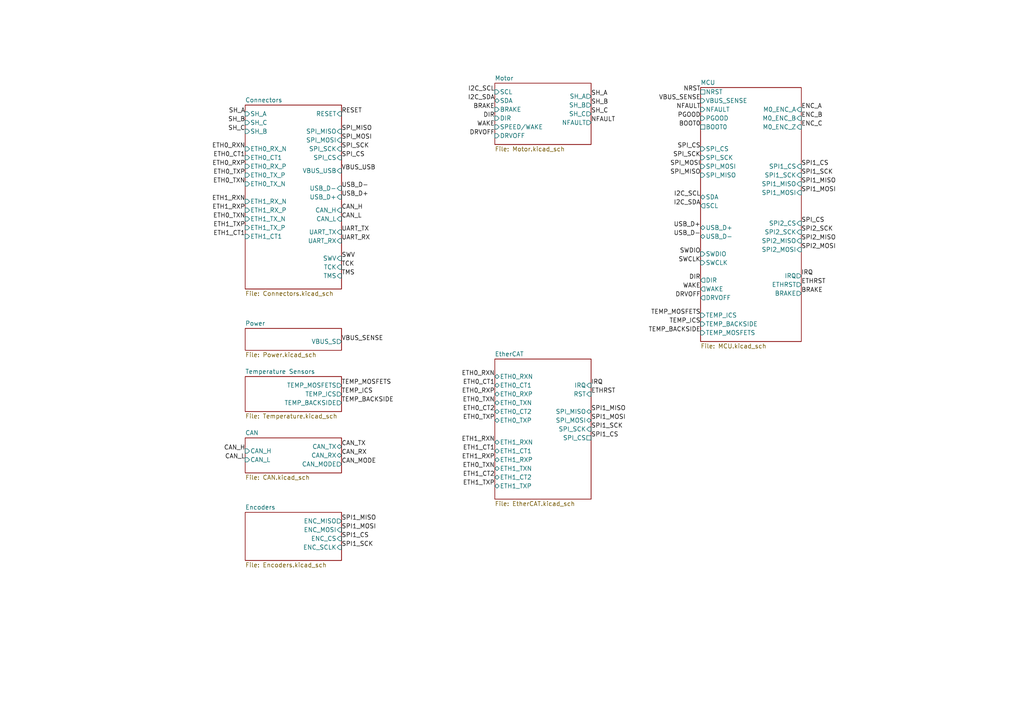
<source format=kicad_sch>
(kicad_sch
	(version 20231120)
	(generator "eeschema")
	(generator_version "8.0")
	(uuid "4c927f80-855d-490a-80b2-e5c55283621a")
	(paper "A4")
	(lib_symbols)
	(label "SPI1_SCK"
		(at 171.45 124.46 0)
		(fields_autoplaced yes)
		(effects
			(font
				(size 1.27 1.27)
			)
			(justify left bottom)
		)
		(uuid "01d2260c-292d-4b42-ae55-891b0da4945c")
	)
	(label "SPI1_MOSI"
		(at 171.45 121.92 0)
		(fields_autoplaced yes)
		(effects
			(font
				(size 1.27 1.27)
			)
			(justify left bottom)
		)
		(uuid "02ee04ac-347f-4d2b-aad1-c4363e2f68ee")
	)
	(label "NRST"
		(at 203.2 26.67 180)
		(fields_autoplaced yes)
		(effects
			(font
				(size 1.27 1.27)
			)
			(justify right bottom)
		)
		(uuid "02f84610-5bdd-4465-aa29-6c8dac7b01af")
	)
	(label "ENC_A"
		(at 232.41 31.75 0)
		(fields_autoplaced yes)
		(effects
			(font
				(size 1.27 1.27)
			)
			(justify left bottom)
		)
		(uuid "0b72ae43-d24f-46ad-ba84-0612a4b932e4")
	)
	(label "TEMP_MOSFETS"
		(at 203.2 91.44 180)
		(fields_autoplaced yes)
		(effects
			(font
				(size 1.27 1.27)
			)
			(justify right bottom)
		)
		(uuid "13731ca2-4654-4244-a901-43095cc51927")
	)
	(label "SPI1_SCK"
		(at 232.41 50.8 0)
		(fields_autoplaced yes)
		(effects
			(font
				(size 1.27 1.27)
			)
			(justify left bottom)
		)
		(uuid "13d7df91-8406-4f9a-ad33-fdb5491dff7b")
	)
	(label "ETH0_CT2"
		(at 143.51 119.38 180)
		(fields_autoplaced yes)
		(effects
			(font
				(size 1.27 1.27)
			)
			(justify right bottom)
		)
		(uuid "13f4fe0b-0578-4fed-877a-91d9d4976d09")
	)
	(label "VBUS_USB"
		(at 99.06 49.53 0)
		(fields_autoplaced yes)
		(effects
			(font
				(size 1.27 1.27)
			)
			(justify left bottom)
		)
		(uuid "15b3a559-6203-44a1-9793-0e253962d9f0")
	)
	(label "SPI1_CS"
		(at 171.45 127 0)
		(fields_autoplaced yes)
		(effects
			(font
				(size 1.27 1.27)
			)
			(justify left bottom)
		)
		(uuid "15d3d07d-1805-48fb-8d2d-910c7694d671")
	)
	(label "SPI2_SCK"
		(at 232.41 67.31 0)
		(fields_autoplaced yes)
		(effects
			(font
				(size 1.27 1.27)
			)
			(justify left bottom)
		)
		(uuid "1b28495f-2e7b-4265-bcea-6bc183d8326a")
	)
	(label "SPI1_MOSI"
		(at 232.41 55.88 0)
		(fields_autoplaced yes)
		(effects
			(font
				(size 1.27 1.27)
			)
			(justify left bottom)
		)
		(uuid "1b8e1cd2-8a7c-4980-b203-dbdd449eba4d")
	)
	(label "ETH1_RXN"
		(at 143.51 128.27 180)
		(fields_autoplaced yes)
		(effects
			(font
				(size 1.27 1.27)
			)
			(justify right bottom)
		)
		(uuid "1c0178f8-4bed-425a-b6df-d7abdc7df607")
	)
	(label "SPI_MISO"
		(at 203.2 50.8 180)
		(fields_autoplaced yes)
		(effects
			(font
				(size 1.27 1.27)
			)
			(justify right bottom)
		)
		(uuid "22260fda-ea9b-48b6-b48b-a48090fc3bdd")
	)
	(label "VBUS_SENSE"
		(at 203.2 29.21 180)
		(fields_autoplaced yes)
		(effects
			(font
				(size 1.27 1.27)
			)
			(justify right bottom)
		)
		(uuid "28d83530-9b2a-4a2e-b533-4910177958ee")
	)
	(label "CAN_MODE"
		(at 99.06 134.62 0)
		(fields_autoplaced yes)
		(effects
			(font
				(size 1.27 1.27)
			)
			(justify left bottom)
		)
		(uuid "29288a76-bcf8-4e8a-86a0-fce27769ca61")
	)
	(label "SPI1_MISO"
		(at 171.45 119.38 0)
		(fields_autoplaced yes)
		(effects
			(font
				(size 1.27 1.27)
			)
			(justify left bottom)
		)
		(uuid "2cd74e83-127f-4227-98ed-7caa82180cbc")
	)
	(label "DIR"
		(at 203.2 81.28 180)
		(fields_autoplaced yes)
		(effects
			(font
				(size 1.27 1.27)
			)
			(justify right bottom)
		)
		(uuid "2f79f0a0-2237-4c0a-89fb-14a042b2cefd")
	)
	(label "WAKE"
		(at 203.2 83.82 180)
		(fields_autoplaced yes)
		(effects
			(font
				(size 1.27 1.27)
			)
			(justify right bottom)
		)
		(uuid "32b9301c-24aa-4160-8a40-00df019aadab")
	)
	(label "SPI2_MISO"
		(at 232.41 69.85 0)
		(fields_autoplaced yes)
		(effects
			(font
				(size 1.27 1.27)
			)
			(justify left bottom)
		)
		(uuid "34905789-c119-4ec2-895c-1a1c520ff46e")
	)
	(label "USB_D+"
		(at 99.06 57.15 0)
		(fields_autoplaced yes)
		(effects
			(font
				(size 1.27 1.27)
			)
			(justify left bottom)
		)
		(uuid "39093322-7ce1-488f-940b-3cc36c3b215a")
	)
	(label "UART_TX"
		(at 99.06 67.31 0)
		(fields_autoplaced yes)
		(effects
			(font
				(size 1.27 1.27)
			)
			(justify left bottom)
		)
		(uuid "3e7545bd-e59a-4609-b250-d06469aa55d2")
	)
	(label "CAN_RX"
		(at 99.06 132.08 0)
		(fields_autoplaced yes)
		(effects
			(font
				(size 1.27 1.27)
			)
			(justify left bottom)
		)
		(uuid "4122345a-eb98-46da-a929-c1eac2780a4d")
	)
	(label "SH_B"
		(at 171.45 30.48 0)
		(fields_autoplaced yes)
		(effects
			(font
				(size 1.27 1.27)
			)
			(justify left bottom)
		)
		(uuid "4556101d-872b-4cba-ab2a-8a04f8ed108a")
	)
	(label "SWV"
		(at 99.06 74.93 0)
		(fields_autoplaced yes)
		(effects
			(font
				(size 1.27 1.27)
			)
			(justify left bottom)
		)
		(uuid "49133b9c-10c9-49af-b321-8cdfdc677a9f")
	)
	(label "SPI1_SCK"
		(at 99.06 158.75 0)
		(fields_autoplaced yes)
		(effects
			(font
				(size 1.27 1.27)
			)
			(justify left bottom)
		)
		(uuid "49b9b0f3-b477-49cd-ad74-c2621225ff99")
	)
	(label "SPI1_MISO"
		(at 99.06 151.13 0)
		(fields_autoplaced yes)
		(effects
			(font
				(size 1.27 1.27)
			)
			(justify left bottom)
		)
		(uuid "4f751b7c-302d-4866-a4b4-e3e619f6d6b3")
	)
	(label "USB_D-"
		(at 203.2 68.58 180)
		(fields_autoplaced yes)
		(effects
			(font
				(size 1.27 1.27)
			)
			(justify right bottom)
		)
		(uuid "50d89f5d-298b-465f-ac53-9a37a875827d")
	)
	(label "NFAULT"
		(at 171.45 35.56 0)
		(fields_autoplaced yes)
		(effects
			(font
				(size 1.27 1.27)
			)
			(justify left bottom)
		)
		(uuid "521e94ea-07a7-4177-b393-fd919bd7ba47")
	)
	(label "ETH0_RXN"
		(at 71.12 43.18 180)
		(fields_autoplaced yes)
		(effects
			(font
				(size 1.27 1.27)
			)
			(justify right bottom)
		)
		(uuid "529ab8cf-9f2a-4c4d-885a-4d7827571e2d")
	)
	(label "ETH1_RXN"
		(at 71.12 58.42 180)
		(fields_autoplaced yes)
		(effects
			(font
				(size 1.27 1.27)
			)
			(justify right bottom)
		)
		(uuid "5876932f-ecda-4384-a26a-a08dd3100c97")
	)
	(label "TEMP_BACKSIDE"
		(at 99.06 116.84 0)
		(fields_autoplaced yes)
		(effects
			(font
				(size 1.27 1.27)
			)
			(justify left bottom)
		)
		(uuid "597add7c-be95-447c-b921-e8420153d716")
	)
	(label "SWDIO"
		(at 203.2 73.66 180)
		(fields_autoplaced yes)
		(effects
			(font
				(size 1.27 1.27)
			)
			(justify right bottom)
		)
		(uuid "59ce6e6a-aa7e-4504-9588-218fab37ca61")
	)
	(label "ETH0_RXN"
		(at 143.51 109.22 180)
		(fields_autoplaced yes)
		(effects
			(font
				(size 1.27 1.27)
			)
			(justify right bottom)
		)
		(uuid "5b49c261-1ca7-465e-8104-647ae2a4f935")
	)
	(label "SPI_CS"
		(at 203.2 43.18 180)
		(fields_autoplaced yes)
		(effects
			(font
				(size 1.27 1.27)
			)
			(justify right bottom)
		)
		(uuid "60af8084-b49b-4136-bf10-aba14e98d39c")
	)
	(label "I2C_SCL"
		(at 203.2 57.15 180)
		(fields_autoplaced yes)
		(effects
			(font
				(size 1.27 1.27)
			)
			(justify right bottom)
		)
		(uuid "6364d96e-2a9c-4007-843d-d976e25340af")
	)
	(label "CAN_TX"
		(at 99.06 129.54 0)
		(fields_autoplaced yes)
		(effects
			(font
				(size 1.27 1.27)
			)
			(justify left bottom)
		)
		(uuid "63ceb5a8-b5eb-44e9-90f0-366a88221923")
	)
	(label "SPI1_MOSI"
		(at 99.06 153.67 0)
		(fields_autoplaced yes)
		(effects
			(font
				(size 1.27 1.27)
			)
			(justify left bottom)
		)
		(uuid "66a8f50c-8965-4b66-9c94-8a0f8d96549f")
	)
	(label "BRAKE"
		(at 232.41 85.09 0)
		(fields_autoplaced yes)
		(effects
			(font
				(size 1.27 1.27)
			)
			(justify left bottom)
		)
		(uuid "66ba048c-d4e4-45e2-8461-8eb1a2a39a71")
	)
	(label "SPI_MISO"
		(at 99.06 38.1 0)
		(fields_autoplaced yes)
		(effects
			(font
				(size 1.27 1.27)
			)
			(justify left bottom)
		)
		(uuid "67e924b3-7477-4ff7-85b1-5d4de95dd46c")
	)
	(label "ETH0_TXN"
		(at 71.12 63.5 180)
		(fields_autoplaced yes)
		(effects
			(font
				(size 1.27 1.27)
			)
			(justify right bottom)
		)
		(uuid "6c3f70a8-a06a-4657-88ce-f85a87e06a20")
	)
	(label "ETH0_TXN"
		(at 71.12 53.34 180)
		(fields_autoplaced yes)
		(effects
			(font
				(size 1.27 1.27)
			)
			(justify right bottom)
		)
		(uuid "6e3aa356-5c51-4f78-ba53-a07e067676d4")
	)
	(label "NFAULT"
		(at 203.2 31.75 180)
		(fields_autoplaced yes)
		(effects
			(font
				(size 1.27 1.27)
			)
			(justify right bottom)
		)
		(uuid "70590270-b5bb-468d-8ef6-32251d2bb143")
	)
	(label "ENC_C"
		(at 232.41 36.83 0)
		(fields_autoplaced yes)
		(effects
			(font
				(size 1.27 1.27)
			)
			(justify left bottom)
		)
		(uuid "72bf826e-3777-47ca-92bb-c55cc3001e33")
	)
	(label "SH_C"
		(at 71.12 38.1 180)
		(fields_autoplaced yes)
		(effects
			(font
				(size 1.27 1.27)
			)
			(justify right bottom)
		)
		(uuid "73239287-4fce-4c65-a3f8-bd4672154c76")
	)
	(label "SPI_MOSI"
		(at 99.06 40.64 0)
		(fields_autoplaced yes)
		(effects
			(font
				(size 1.27 1.27)
			)
			(justify left bottom)
		)
		(uuid "761f6463-3562-475f-8201-04445e8f3b5a")
	)
	(label "ETHRST"
		(at 171.45 114.3 0)
		(fields_autoplaced yes)
		(effects
			(font
				(size 1.27 1.27)
			)
			(justify left bottom)
		)
		(uuid "76cf506d-9694-4f6a-b2cd-b5dbdf7de529")
	)
	(label "TEMP_ICS"
		(at 99.06 114.3 0)
		(fields_autoplaced yes)
		(effects
			(font
				(size 1.27 1.27)
			)
			(justify left bottom)
		)
		(uuid "7a72ffe6-8286-416c-b846-8774f4770ff9")
	)
	(label "SH_B"
		(at 71.12 35.56 180)
		(fields_autoplaced yes)
		(effects
			(font
				(size 1.27 1.27)
			)
			(justify right bottom)
		)
		(uuid "7ac238df-0fd9-493d-a7c2-be5dc191914b")
	)
	(label "USB_D-"
		(at 99.06 54.61 0)
		(fields_autoplaced yes)
		(effects
			(font
				(size 1.27 1.27)
			)
			(justify left bottom)
		)
		(uuid "7f231080-978e-4394-8b04-cd6a7b0e3762")
	)
	(label "TEMP_MOSFETS"
		(at 99.06 111.76 0)
		(fields_autoplaced yes)
		(effects
			(font
				(size 1.27 1.27)
			)
			(justify left bottom)
		)
		(uuid "806a8a9f-14c5-4b21-a0a4-f25723f64eb2")
	)
	(label "ETH0_TXP"
		(at 143.51 121.92 180)
		(fields_autoplaced yes)
		(effects
			(font
				(size 1.27 1.27)
			)
			(justify right bottom)
		)
		(uuid "86b1ba97-52d0-494b-9076-13a3a5a01957")
	)
	(label "ETH0_TXN"
		(at 143.51 116.84 180)
		(fields_autoplaced yes)
		(effects
			(font
				(size 1.27 1.27)
			)
			(justify right bottom)
		)
		(uuid "89704965-dfd1-4688-97a2-4695d81e0237")
	)
	(label "CAN_H"
		(at 99.06 60.96 0)
		(fields_autoplaced yes)
		(effects
			(font
				(size 1.27 1.27)
			)
			(justify left bottom)
		)
		(uuid "89f92578-640a-4e73-b191-b74fcee52cee")
	)
	(label "SPI_SCK"
		(at 99.06 43.18 0)
		(fields_autoplaced yes)
		(effects
			(font
				(size 1.27 1.27)
			)
			(justify left bottom)
		)
		(uuid "8a1bce2c-2524-41cb-9404-c216e57dd7e8")
	)
	(label "SPI1_CS"
		(at 232.41 48.26 0)
		(fields_autoplaced yes)
		(effects
			(font
				(size 1.27 1.27)
			)
			(justify left bottom)
		)
		(uuid "921a2bbd-c47f-4db7-8262-26f915622fd2")
	)
	(label "ETH1_CT2"
		(at 143.51 138.43 180)
		(fields_autoplaced yes)
		(effects
			(font
				(size 1.27 1.27)
			)
			(justify right bottom)
		)
		(uuid "986ea9dd-8840-47cf-8d86-45231c498ad9")
	)
	(label "BRAKE"
		(at 143.51 31.75 180)
		(fields_autoplaced yes)
		(effects
			(font
				(size 1.27 1.27)
			)
			(justify right bottom)
		)
		(uuid "98df9c1c-9223-47f8-af8e-b5c5362193b8")
	)
	(label "UART_RX"
		(at 99.06 69.85 0)
		(fields_autoplaced yes)
		(effects
			(font
				(size 1.27 1.27)
			)
			(justify left bottom)
		)
		(uuid "99cef266-e44c-4a1d-84d7-743496a4f336")
	)
	(label "CAN_H"
		(at 71.12 130.81 180)
		(fields_autoplaced yes)
		(effects
			(font
				(size 1.27 1.27)
			)
			(justify right bottom)
		)
		(uuid "9a3ef9a1-aed5-4e5d-a031-3e9bc8fad3a0")
	)
	(label "ETH0_TXP"
		(at 71.12 50.8 180)
		(fields_autoplaced yes)
		(effects
			(font
				(size 1.27 1.27)
			)
			(justify right bottom)
		)
		(uuid "9f7b687d-04a2-44cd-b335-0961a261aa92")
	)
	(label "SPI2_MOSI"
		(at 232.41 72.39 0)
		(fields_autoplaced yes)
		(effects
			(font
				(size 1.27 1.27)
			)
			(justify left bottom)
		)
		(uuid "a13109f4-ebcd-4f48-8c49-60479f73e786")
	)
	(label "SPI1_CS"
		(at 99.06 156.21 0)
		(fields_autoplaced yes)
		(effects
			(font
				(size 1.27 1.27)
			)
			(justify left bottom)
		)
		(uuid "a18ff11f-027c-44b4-9295-6d57dcd40376")
	)
	(label "ETH1_TXP"
		(at 143.51 140.97 180)
		(fields_autoplaced yes)
		(effects
			(font
				(size 1.27 1.27)
			)
			(justify right bottom)
		)
		(uuid "a349e52a-b7a4-4b41-b758-ecf25f1a6cec")
	)
	(label "SPI_CS"
		(at 232.41 64.77 0)
		(fields_autoplaced yes)
		(effects
			(font
				(size 1.27 1.27)
			)
			(justify left bottom)
		)
		(uuid "a62afe70-34ac-4b4d-bfaf-64ef20051b28")
	)
	(label "DRVOFF"
		(at 143.51 39.37 180)
		(fields_autoplaced yes)
		(effects
			(font
				(size 1.27 1.27)
			)
			(justify right bottom)
		)
		(uuid "a74682ea-e496-426c-8926-12960d7a1541")
	)
	(label "SH_A"
		(at 171.45 27.94 0)
		(fields_autoplaced yes)
		(effects
			(font
				(size 1.27 1.27)
			)
			(justify left bottom)
		)
		(uuid "a848b64d-a7da-4b77-86dd-1c0bc6647f73")
	)
	(label "TMS"
		(at 99.06 80.01 0)
		(fields_autoplaced yes)
		(effects
			(font
				(size 1.27 1.27)
			)
			(justify left bottom)
		)
		(uuid "b1740ed7-3e46-49bb-bbc6-09c94ff4e9bc")
	)
	(label "WAKE"
		(at 143.51 36.83 180)
		(fields_autoplaced yes)
		(effects
			(font
				(size 1.27 1.27)
			)
			(justify right bottom)
		)
		(uuid "b1c349bd-a5cf-4a41-b02d-34dd982a1439")
	)
	(label "ETH0_CT1"
		(at 143.51 111.76 180)
		(fields_autoplaced yes)
		(effects
			(font
				(size 1.27 1.27)
			)
			(justify right bottom)
		)
		(uuid "b29831e2-de5e-4f08-8f58-89bda01c4e73")
	)
	(label "SH_C"
		(at 171.45 33.02 0)
		(fields_autoplaced yes)
		(effects
			(font
				(size 1.27 1.27)
			)
			(justify left bottom)
		)
		(uuid "b3d8718e-38c2-489d-9b3a-e387dd2ad5e7")
	)
	(label "SPI1_MISO"
		(at 232.41 53.34 0)
		(fields_autoplaced yes)
		(effects
			(font
				(size 1.27 1.27)
			)
			(justify left bottom)
		)
		(uuid "b5a07043-0f1d-4773-9418-2ec29f7df913")
	)
	(label "CAN_L"
		(at 99.06 63.5 0)
		(fields_autoplaced yes)
		(effects
			(font
				(size 1.27 1.27)
			)
			(justify left bottom)
		)
		(uuid "b69044a2-e1ef-4f39-8ba2-393deb42ea2e")
	)
	(label "SH_A"
		(at 71.12 33.02 180)
		(fields_autoplaced yes)
		(effects
			(font
				(size 1.27 1.27)
			)
			(justify right bottom)
		)
		(uuid "b7815a16-49c1-429b-a524-00711d04597b")
	)
	(label "TCK"
		(at 99.06 77.47 0)
		(fields_autoplaced yes)
		(effects
			(font
				(size 1.27 1.27)
			)
			(justify left bottom)
		)
		(uuid "b8ec15e6-a6ae-403d-b758-1523d4868ffd")
	)
	(label "ENC_B"
		(at 232.41 34.29 0)
		(fields_autoplaced yes)
		(effects
			(font
				(size 1.27 1.27)
			)
			(justify left bottom)
		)
		(uuid "bb94c587-5732-4f3b-bf75-ee3cb92ab8b7")
	)
	(label "ETH1_CT1"
		(at 71.12 68.58 180)
		(fields_autoplaced yes)
		(effects
			(font
				(size 1.27 1.27)
			)
			(justify right bottom)
		)
		(uuid "bdc96624-d040-45d5-92ce-e857edb2358d")
	)
	(label "IRQ"
		(at 171.45 111.76 0)
		(fields_autoplaced yes)
		(effects
			(font
				(size 1.27 1.27)
			)
			(justify left bottom)
		)
		(uuid "be603c7b-a479-4860-9529-9163666ccebb")
	)
	(label "RESET"
		(at 99.06 33.02 0)
		(fields_autoplaced yes)
		(effects
			(font
				(size 1.27 1.27)
			)
			(justify left bottom)
		)
		(uuid "c08068ce-e135-4e86-bcea-d76422a7115b")
	)
	(label "SPI_CS"
		(at 99.06 45.72 0)
		(fields_autoplaced yes)
		(effects
			(font
				(size 1.27 1.27)
			)
			(justify left bottom)
		)
		(uuid "c14199fe-3a94-406c-a185-9e681162fa36")
	)
	(label "CAN_L"
		(at 71.12 133.35 180)
		(fields_autoplaced yes)
		(effects
			(font
				(size 1.27 1.27)
			)
			(justify right bottom)
		)
		(uuid "c35e9977-12bd-47b4-9fd5-86b7a4516d20")
	)
	(label "ETHRST"
		(at 232.41 82.55 0)
		(fields_autoplaced yes)
		(effects
			(font
				(size 1.27 1.27)
			)
			(justify left bottom)
		)
		(uuid "c38ca667-120d-4251-a08c-5cfc0f7b5fd8")
	)
	(label "I2C_SCL"
		(at 143.51 26.67 180)
		(fields_autoplaced yes)
		(effects
			(font
				(size 1.27 1.27)
			)
			(justify right bottom)
		)
		(uuid "c641c41e-2129-453f-9b71-c9c18950ad33")
	)
	(label "TEMP_BACKSIDE"
		(at 203.2 96.52 180)
		(fields_autoplaced yes)
		(effects
			(font
				(size 1.27 1.27)
			)
			(justify right bottom)
		)
		(uuid "c6d6a14f-cd14-4272-809c-e82bf20c6be0")
	)
	(label "ETH1_RXP"
		(at 71.12 60.96 180)
		(fields_autoplaced yes)
		(effects
			(font
				(size 1.27 1.27)
			)
			(justify right bottom)
		)
		(uuid "c77bdbd0-ef94-4648-8766-f978df671286")
	)
	(label "PGOOD"
		(at 203.2 34.29 180)
		(fields_autoplaced yes)
		(effects
			(font
				(size 1.27 1.27)
			)
			(justify right bottom)
		)
		(uuid "c9c3eb8e-b2ee-4235-a7e8-2c1e4dee5965")
	)
	(label "I2C_SDA"
		(at 143.51 29.21 180)
		(fields_autoplaced yes)
		(effects
			(font
				(size 1.27 1.27)
			)
			(justify right bottom)
		)
		(uuid "d1233ec6-4b76-4950-9eda-90892642c347")
	)
	(label "ETH0_RXP"
		(at 143.51 114.3 180)
		(fields_autoplaced yes)
		(effects
			(font
				(size 1.27 1.27)
			)
			(justify right bottom)
		)
		(uuid "e0110328-ed54-4b0f-bb6d-fd48aef5dab6")
	)
	(label "SPI_MOSI"
		(at 203.2 48.26 180)
		(fields_autoplaced yes)
		(effects
			(font
				(size 1.27 1.27)
			)
			(justify right bottom)
		)
		(uuid "e1bc44d0-3d76-451c-a7e1-447014c643e0")
	)
	(label "BOOT0"
		(at 203.2 36.83 180)
		(fields_autoplaced yes)
		(effects
			(font
				(size 1.27 1.27)
			)
			(justify right bottom)
		)
		(uuid "e1db208d-c957-495e-8150-f6f680b323d6")
	)
	(label "IRQ"
		(at 232.41 80.01 0)
		(fields_autoplaced yes)
		(effects
			(font
				(size 1.27 1.27)
			)
			(justify left bottom)
		)
		(uuid "e3f8c4cc-a962-4397-bcef-9f39ebf80ecb")
	)
	(label "TEMP_ICS"
		(at 203.2 93.98 180)
		(fields_autoplaced yes)
		(effects
			(font
				(size 1.27 1.27)
			)
			(justify right bottom)
		)
		(uuid "e40764ca-9f29-41a8-b220-e0ba0d1eec0c")
	)
	(label "SPI_SCK"
		(at 203.2 45.72 180)
		(fields_autoplaced yes)
		(effects
			(font
				(size 1.27 1.27)
			)
			(justify right bottom)
		)
		(uuid "e4d1eedf-de3e-4b73-9381-eae37c172338")
	)
	(label "DIR"
		(at 143.51 34.29 180)
		(fields_autoplaced yes)
		(effects
			(font
				(size 1.27 1.27)
			)
			(justify right bottom)
		)
		(uuid "e8088707-bafd-4f55-8a32-7c35ac41ec8e")
	)
	(label "DRVOFF"
		(at 203.2 86.36 180)
		(fields_autoplaced yes)
		(effects
			(font
				(size 1.27 1.27)
			)
			(justify right bottom)
		)
		(uuid "eb1791ca-0e9a-423c-9565-9e0817dd5574")
	)
	(label "ETH0_TXN"
		(at 143.51 135.89 180)
		(fields_autoplaced yes)
		(effects
			(font
				(size 1.27 1.27)
			)
			(justify right bottom)
		)
		(uuid "ed23622c-53a8-41f8-8211-8ecadd144a8a")
	)
	(label "USB_D+"
		(at 203.2 66.04 180)
		(fields_autoplaced yes)
		(effects
			(font
				(size 1.27 1.27)
			)
			(justify right bottom)
		)
		(uuid "f02bc4e7-23c9-4a0e-b0e2-88c1aabc7d7b")
	)
	(label "ETH0_CT1"
		(at 71.12 45.72 180)
		(fields_autoplaced yes)
		(effects
			(font
				(size 1.27 1.27)
			)
			(justify right bottom)
		)
		(uuid "f1351a5b-5294-43e7-8fea-78bd8e346379")
	)
	(label "ETH1_TXP"
		(at 71.12 66.04 180)
		(fields_autoplaced yes)
		(effects
			(font
				(size 1.27 1.27)
			)
			(justify right bottom)
		)
		(uuid "f637213b-9a98-4a81-acd3-a8f97a8e5109")
	)
	(label "VBUS_SENSE"
		(at 99.06 99.06 0)
		(fields_autoplaced yes)
		(effects
			(font
				(size 1.27 1.27)
			)
			(justify left bottom)
		)
		(uuid "f6ebe099-1937-4b98-87d7-0943b81d66e3")
	)
	(label "I2C_SDA"
		(at 203.2 59.69 180)
		(fields_autoplaced yes)
		(effects
			(font
				(size 1.27 1.27)
			)
			(justify right bottom)
		)
		(uuid "f832e7ab-c28a-44df-8eac-e13a127f536a")
	)
	(label "ETH0_RXP"
		(at 71.12 48.26 180)
		(fields_autoplaced yes)
		(effects
			(font
				(size 1.27 1.27)
			)
			(justify right bottom)
		)
		(uuid "f853a6d6-060d-4482-9bb6-36f9db3dd341")
	)
	(label "ETH1_CT1"
		(at 143.51 130.81 180)
		(fields_autoplaced yes)
		(effects
			(font
				(size 1.27 1.27)
			)
			(justify right bottom)
		)
		(uuid "f95e8e21-ea4f-40fb-8cae-0309dd3ab40a")
	)
	(label "SWCLK"
		(at 203.2 76.2 180)
		(fields_autoplaced yes)
		(effects
			(font
				(size 1.27 1.27)
			)
			(justify right bottom)
		)
		(uuid "fbc1197e-8f8b-48c4-a483-d559ba60f707")
	)
	(label "ETH1_RXP"
		(at 143.51 133.35 180)
		(fields_autoplaced yes)
		(effects
			(font
				(size 1.27 1.27)
			)
			(justify right bottom)
		)
		(uuid "fe235473-49c9-4535-938b-3d37db854447")
	)
	(sheet
		(at 71.12 127)
		(size 27.94 10.16)
		(fields_autoplaced yes)
		(stroke
			(width 0.1524)
			(type solid)
		)
		(fill
			(color 0 0 0 0.0000)
		)
		(uuid "031ccf09-f504-428a-ac4b-85044b6b61cc")
		(property "Sheetname" "CAN"
			(at 71.12 126.2884 0)
			(effects
				(font
					(size 1.27 1.27)
				)
				(justify left bottom)
			)
		)
		(property "Sheetfile" "CAN.kicad_sch"
			(at 71.12 137.7446 0)
			(effects
				(font
					(size 1.27 1.27)
				)
				(justify left top)
			)
		)
		(pin "CAN_TX" bidirectional
			(at 99.06 129.54 0)
			(effects
				(font
					(size 1.27 1.27)
				)
				(justify right)
			)
			(uuid "0beed5f6-cb9a-46fc-9c2f-290ca6d6d8ca")
		)
		(pin "CAN_RX" bidirectional
			(at 99.06 132.08 0)
			(effects
				(font
					(size 1.27 1.27)
				)
				(justify right)
			)
			(uuid "c63e5be9-c5d4-48c1-91cc-3b3d3bbddfcb")
		)
		(pin "CAN_MODE" output
			(at 99.06 134.62 0)
			(effects
				(font
					(size 1.27 1.27)
				)
				(justify right)
			)
			(uuid "83823994-8928-4330-aaba-98974ecdc763")
		)
		(pin "CAN_L" input
			(at 71.12 133.35 180)
			(effects
				(font
					(size 1.27 1.27)
				)
				(justify left)
			)
			(uuid "8e3f938a-69e9-402b-a026-57bd134238bc")
		)
		(pin "CAN_H" input
			(at 71.12 130.81 180)
			(effects
				(font
					(size 1.27 1.27)
				)
				(justify left)
			)
			(uuid "9a02e1f0-8629-4430-9210-ef4d80dce59b")
		)
		(instances
			(project "EtherCATSTM32"
				(path "/4c927f80-855d-490a-80b2-e5c55283621a"
					(page "11")
				)
			)
		)
	)
	(sheet
		(at 71.12 148.59)
		(size 27.94 13.97)
		(fields_autoplaced yes)
		(stroke
			(width 0.1524)
			(type solid)
		)
		(fill
			(color 0 0 0 0.0000)
		)
		(uuid "291d75c0-9b01-441a-b9c6-00564eedb7f8")
		(property "Sheetname" "Encoders"
			(at 71.12 147.8784 0)
			(effects
				(font
					(size 1.27 1.27)
				)
				(justify left bottom)
			)
		)
		(property "Sheetfile" "Encoders.kicad_sch"
			(at 71.12 163.1446 0)
			(effects
				(font
					(size 1.27 1.27)
				)
				(justify left top)
			)
		)
		(pin "ENC_MISO" output
			(at 99.06 151.13 0)
			(effects
				(font
					(size 1.27 1.27)
				)
				(justify right)
			)
			(uuid "578887ec-755d-4942-b460-4cd20219d6e4")
		)
		(pin "ENC_CS" input
			(at 99.06 156.21 0)
			(effects
				(font
					(size 1.27 1.27)
				)
				(justify right)
			)
			(uuid "95b3f107-f1cb-4350-8dfa-90df88bc7aae")
		)
		(pin "ENC_SCLK" input
			(at 99.06 158.75 0)
			(effects
				(font
					(size 1.27 1.27)
				)
				(justify right)
			)
			(uuid "4bcae52c-3fdc-4454-95c3-a062b9e731a3")
		)
		(pin "ENC_MOSI" input
			(at 99.06 153.67 0)
			(effects
				(font
					(size 1.27 1.27)
				)
				(justify right)
			)
			(uuid "fb743bbf-db25-418b-8d6d-648a0ee246dd")
		)
		(instances
			(project "EtherCATSTM32"
				(path "/4c927f80-855d-490a-80b2-e5c55283621a"
					(page "5")
				)
			)
		)
	)
	(sheet
		(at 71.12 109.22)
		(size 27.94 10.16)
		(fields_autoplaced yes)
		(stroke
			(width 0.1524)
			(type solid)
		)
		(fill
			(color 0 0 0 0.0000)
		)
		(uuid "3d7b868b-5ec8-42b4-b20a-2737192e1f48")
		(property "Sheetname" "Temperature Sensors"
			(at 71.12 108.5084 0)
			(effects
				(font
					(size 1.27 1.27)
				)
				(justify left bottom)
			)
		)
		(property "Sheetfile" "Temperature.kicad_sch"
			(at 71.12 119.9646 0)
			(effects
				(font
					(size 1.27 1.27)
				)
				(justify left top)
			)
		)
		(pin "TEMP_MOSFETS" output
			(at 99.06 111.76 0)
			(effects
				(font
					(size 1.27 1.27)
				)
				(justify right)
			)
			(uuid "6cfd18d4-4988-42f8-bf47-ff037de57150")
		)
		(pin "TEMP_ICS" output
			(at 99.06 114.3 0)
			(effects
				(font
					(size 1.27 1.27)
				)
				(justify right)
			)
			(uuid "95fe10bd-5adf-4bc8-b091-0a91387fd1be")
		)
		(pin "TEMP_BACKSIDE" output
			(at 99.06 116.84 0)
			(effects
				(font
					(size 1.27 1.27)
				)
				(justify right)
			)
			(uuid "d6b39300-d55c-4635-b311-8f9cf9627ddf")
		)
		(instances
			(project "EtherCATSTM32"
				(path "/4c927f80-855d-490a-80b2-e5c55283621a"
					(page "10")
				)
			)
		)
	)
	(sheet
		(at 203.2 25.4)
		(size 29.21 73.66)
		(fields_autoplaced yes)
		(stroke
			(width 0.1524)
			(type solid)
		)
		(fill
			(color 0 0 0 0.0000)
		)
		(uuid "5ac89ae2-4d69-4fd6-b754-7aee59ff7a56")
		(property "Sheetname" "MCU"
			(at 203.2 24.6884 0)
			(effects
				(font
					(size 1.27 1.27)
				)
				(justify left bottom)
			)
		)
		(property "Sheetfile" "MCU.kicad_sch"
			(at 203.2 99.6446 0)
			(effects
				(font
					(size 1.27 1.27)
				)
				(justify left top)
			)
		)
		(pin "SPI_SCK" input
			(at 203.2 45.72 180)
			(effects
				(font
					(size 1.27 1.27)
				)
				(justify left)
			)
			(uuid "f35801ce-6f3b-4012-8858-ec046b7da6fe")
		)
		(pin "SPI_MOSI" input
			(at 203.2 48.26 180)
			(effects
				(font
					(size 1.27 1.27)
				)
				(justify left)
			)
			(uuid "40dc1de1-223f-4949-8d64-8e41680aaa11")
		)
		(pin "SPI_MISO" input
			(at 203.2 50.8 180)
			(effects
				(font
					(size 1.27 1.27)
				)
				(justify left)
			)
			(uuid "30df1c26-e2c1-4ce9-a557-e42f39be0e33")
		)
		(pin "SPI_CS" input
			(at 203.2 43.18 180)
			(effects
				(font
					(size 1.27 1.27)
				)
				(justify left)
			)
			(uuid "b3ff2fdb-3b41-4a50-af77-918f394f6343")
		)
		(pin "SDA" bidirectional
			(at 203.2 57.15 180)
			(effects
				(font
					(size 1.27 1.27)
				)
				(justify left)
			)
			(uuid "1e0fe412-689b-4e1f-8f6d-008197cd3673")
		)
		(pin "SCL" output
			(at 203.2 59.69 180)
			(effects
				(font
					(size 1.27 1.27)
				)
				(justify left)
			)
			(uuid "fff7ce48-09ea-40b7-a5f5-dddbcb6237ed")
		)
		(pin "USB_D+" bidirectional
			(at 203.2 66.04 180)
			(effects
				(font
					(size 1.27 1.27)
				)
				(justify left)
			)
			(uuid "402d294c-34fd-4aae-b690-bae2c81e88c6")
		)
		(pin "USB_D-" bidirectional
			(at 203.2 68.58 180)
			(effects
				(font
					(size 1.27 1.27)
				)
				(justify left)
			)
			(uuid "b0b2dc2a-0374-4495-a978-65d1a5a79651")
		)
		(pin "SWDIO" input
			(at 203.2 73.66 180)
			(effects
				(font
					(size 1.27 1.27)
				)
				(justify left)
			)
			(uuid "5a5e8ac6-90d1-4d8d-8bc9-774b22dfaa75")
		)
		(pin "SWCLK" input
			(at 203.2 76.2 180)
			(effects
				(font
					(size 1.27 1.27)
				)
				(justify left)
			)
			(uuid "4faa71c9-89ee-4ace-8b8b-7fcd8c3b5fc5")
		)
		(pin "PGOOD" input
			(at 203.2 34.29 180)
			(effects
				(font
					(size 1.27 1.27)
				)
				(justify left)
			)
			(uuid "ce9dc9cb-9975-4ccb-8a10-2c36a163d615")
		)
		(pin "M0_ENC_A" input
			(at 232.41 31.75 0)
			(effects
				(font
					(size 1.27 1.27)
				)
				(justify right)
			)
			(uuid "7be0f6dc-52a9-4c8f-becd-370b3a28bedd")
		)
		(pin "M0_ENC_B" input
			(at 232.41 34.29 0)
			(effects
				(font
					(size 1.27 1.27)
				)
				(justify right)
			)
			(uuid "6e33c8b5-a001-48f1-9bea-d5347def1dba")
		)
		(pin "M0_ENC_Z" input
			(at 232.41 36.83 0)
			(effects
				(font
					(size 1.27 1.27)
				)
				(justify right)
			)
			(uuid "ff0be6f5-3338-402b-a042-d30609676dcd")
		)
		(pin "VBUS_SENSE" input
			(at 203.2 29.21 180)
			(effects
				(font
					(size 1.27 1.27)
				)
				(justify left)
			)
			(uuid "13abc446-bfc6-42fa-9b7b-d0ba6a280399")
		)
		(pin "BOOT0" passive
			(at 203.2 36.83 180)
			(effects
				(font
					(size 1.27 1.27)
				)
				(justify left)
			)
			(uuid "20d6eba0-ef4e-45ad-8d94-daed5b1db968")
		)
		(pin "NRST" passive
			(at 203.2 26.67 180)
			(effects
				(font
					(size 1.27 1.27)
				)
				(justify left)
			)
			(uuid "de55f29b-01d9-467a-99bc-ad3e59ff3d9b")
		)
		(pin "SPI2_SCK" input
			(at 232.41 67.31 0)
			(effects
				(font
					(size 1.27 1.27)
				)
				(justify right)
			)
			(uuid "a319bfc2-be1f-4f32-91bb-5622026ace12")
		)
		(pin "SPI2_CS" input
			(at 232.41 64.77 0)
			(effects
				(font
					(size 1.27 1.27)
				)
				(justify right)
			)
			(uuid "6ef01016-c13a-4d37-88ad-9f35ff6874eb")
		)
		(pin "SPI1_CS" input
			(at 232.41 48.26 0)
			(effects
				(font
					(size 1.27 1.27)
				)
				(justify right)
			)
			(uuid "1c0a1ebf-4dd6-4bdb-8000-955a717e4b29")
		)
		(pin "SPI1_SCK" input
			(at 232.41 50.8 0)
			(effects
				(font
					(size 1.27 1.27)
				)
				(justify right)
			)
			(uuid "49829681-8523-4838-8cc9-e92c7e363273")
		)
		(pin "SPI1_MISO" input
			(at 232.41 53.34 0)
			(effects
				(font
					(size 1.27 1.27)
				)
				(justify right)
			)
			(uuid "cb163c9d-7903-4c76-9e0e-b7f414f4a2a1")
		)
		(pin "SPI1_MOSI" input
			(at 232.41 55.88 0)
			(effects
				(font
					(size 1.27 1.27)
				)
				(justify right)
			)
			(uuid "0a662054-983a-4849-80dd-0825c922d488")
		)
		(pin "SPI2_MISO" input
			(at 232.41 69.85 0)
			(effects
				(font
					(size 1.27 1.27)
				)
				(justify right)
			)
			(uuid "ed2d71e8-43a4-4dbd-b889-43869d77e909")
		)
		(pin "SPI2_MOSI" input
			(at 232.41 72.39 0)
			(effects
				(font
					(size 1.27 1.27)
				)
				(justify right)
			)
			(uuid "14f14f53-3b76-4932-910c-b717dcca9d66")
		)
		(pin "DIR" output
			(at 203.2 81.28 180)
			(effects
				(font
					(size 1.27 1.27)
				)
				(justify left)
			)
			(uuid "ececb5d7-afe3-43d4-a882-a85af09afd50")
		)
		(pin "WAKE" output
			(at 203.2 83.82 180)
			(effects
				(font
					(size 1.27 1.27)
				)
				(justify left)
			)
			(uuid "711435d3-7917-463c-a84d-076ba717d30e")
		)
		(pin "DRVOFF" output
			(at 203.2 86.36 180)
			(effects
				(font
					(size 1.27 1.27)
				)
				(justify left)
			)
			(uuid "da3f9f58-bc2f-4e81-8092-11decbc0b2c1")
		)
		(pin "IRQ" output
			(at 232.41 80.01 0)
			(effects
				(font
					(size 1.27 1.27)
				)
				(justify right)
			)
			(uuid "4d8c6707-9a19-4d93-a0ed-27e827c0c34b")
		)
		(pin "ETHRST" output
			(at 232.41 82.55 0)
			(effects
				(font
					(size 1.27 1.27)
				)
				(justify right)
			)
			(uuid "58d8d5ef-7143-46c5-9300-44e6ee2ede77")
		)
		(pin "BRAKE" output
			(at 232.41 85.09 0)
			(effects
				(font
					(size 1.27 1.27)
				)
				(justify right)
			)
			(uuid "d25a00e8-2d7b-4ddd-9823-f8cbf2375404")
		)
		(pin "NFAULT" input
			(at 203.2 31.75 180)
			(effects
				(font
					(size 1.27 1.27)
				)
				(justify left)
			)
			(uuid "9a194651-fb1e-48ad-a14d-fb0aa1bde745")
		)
		(pin "TEMP_ICS" input
			(at 203.2 91.44 180)
			(effects
				(font
					(size 1.27 1.27)
				)
				(justify left)
			)
			(uuid "8e5dfca7-ec8e-43c9-ae1d-2cefd8011e0c")
		)
		(pin "TEMP_BACKSIDE" input
			(at 203.2 93.98 180)
			(effects
				(font
					(size 1.27 1.27)
				)
				(justify left)
			)
			(uuid "b70092bf-f648-44f6-83f9-3a56fa52f204")
		)
		(pin "TEMP_MOSFETS" input
			(at 203.2 96.52 180)
			(effects
				(font
					(size 1.27 1.27)
				)
				(justify left)
			)
			(uuid "173ebfeb-d485-47d3-8aa7-861a4db9c93f")
		)
		(instances
			(project "EtherCATSTM32"
				(path "/4c927f80-855d-490a-80b2-e5c55283621a"
					(page "2")
				)
			)
		)
	)
	(sheet
		(at 71.12 30.48)
		(size 27.94 53.34)
		(fields_autoplaced yes)
		(stroke
			(width 0.1524)
			(type solid)
		)
		(fill
			(color 0 0 0 0.0000)
		)
		(uuid "6b6e615f-099d-4b57-8a21-048f9b8db3e5")
		(property "Sheetname" "Connectors"
			(at 71.12 29.7684 0)
			(effects
				(font
					(size 1.27 1.27)
				)
				(justify left bottom)
			)
		)
		(property "Sheetfile" "Connectors.kicad_sch"
			(at 71.12 84.4046 0)
			(effects
				(font
					(size 1.27 1.27)
				)
				(justify left top)
			)
		)
		(pin "SPI_MISO" input
			(at 99.06 38.1 0)
			(effects
				(font
					(size 1.27 1.27)
				)
				(justify right)
			)
			(uuid "ad9edcbc-9589-4d1b-a548-28a55b1b3bf2")
		)
		(pin "SPI_MOSI" input
			(at 99.06 40.64 0)
			(effects
				(font
					(size 1.27 1.27)
				)
				(justify right)
			)
			(uuid "8be1cad9-121a-4348-870e-42bb5e3cdd77")
		)
		(pin "SPI_SCK" input
			(at 99.06 43.18 0)
			(effects
				(font
					(size 1.27 1.27)
				)
				(justify right)
			)
			(uuid "bf76aaaa-c2a4-4180-a56b-c3d8c87d4158")
		)
		(pin "SPI_CS" input
			(at 99.06 45.72 0)
			(effects
				(font
					(size 1.27 1.27)
				)
				(justify right)
			)
			(uuid "58f50cb8-5f9a-410e-bc7e-810d7dc65fe3")
		)
		(pin "SH_C" input
			(at 71.12 35.56 180)
			(effects
				(font
					(size 1.27 1.27)
				)
				(justify left)
			)
			(uuid "25c862d1-63c1-416a-8882-4a3b5640f99d")
		)
		(pin "SH_A" input
			(at 71.12 33.02 180)
			(effects
				(font
					(size 1.27 1.27)
				)
				(justify left)
			)
			(uuid "d32dc3c2-c9d1-4876-a2c2-c23b9940d916")
		)
		(pin "SH_B" input
			(at 71.12 38.1 180)
			(effects
				(font
					(size 1.27 1.27)
				)
				(justify left)
			)
			(uuid "b0e09c28-20d8-4326-b263-536ad93832c3")
		)
		(pin "USB_D-" input
			(at 99.06 54.61 0)
			(effects
				(font
					(size 1.27 1.27)
				)
				(justify right)
			)
			(uuid "5f2a31e1-8201-439e-a0a1-fc56703396a2")
		)
		(pin "USB_D+" input
			(at 99.06 57.15 0)
			(effects
				(font
					(size 1.27 1.27)
				)
				(justify right)
			)
			(uuid "e48c3082-348d-4507-8ac4-82e43556fefa")
		)
		(pin "ETH1_RX_P" input
			(at 71.12 60.96 180)
			(effects
				(font
					(size 1.27 1.27)
				)
				(justify left)
			)
			(uuid "b34cccaf-63fa-45db-8c84-98c8a4e4f706")
		)
		(pin "ETH1_RX_N" input
			(at 71.12 58.42 180)
			(effects
				(font
					(size 1.27 1.27)
				)
				(justify left)
			)
			(uuid "b0140030-7451-4743-b5a8-88ff03b1c3df")
		)
		(pin "ETH1_TX_N" input
			(at 71.12 63.5 180)
			(effects
				(font
					(size 1.27 1.27)
				)
				(justify left)
			)
			(uuid "d9e29b8f-f9f4-4033-bdf7-fe62472ba565")
		)
		(pin "ETH0_TX_N" input
			(at 71.12 53.34 180)
			(effects
				(font
					(size 1.27 1.27)
				)
				(justify left)
			)
			(uuid "f18989e8-028b-493d-a027-597057e3ed58")
		)
		(pin "ETH0_RX_P" input
			(at 71.12 48.26 180)
			(effects
				(font
					(size 1.27 1.27)
				)
				(justify left)
			)
			(uuid "22c5765d-c228-4127-a74e-fd083968d362")
		)
		(pin "ETH0_TX_P" input
			(at 71.12 50.8 180)
			(effects
				(font
					(size 1.27 1.27)
				)
				(justify left)
			)
			(uuid "1a854ace-0329-452c-86b2-0339e03459f7")
		)
		(pin "ETH1_TX_P" input
			(at 71.12 66.04 180)
			(effects
				(font
					(size 1.27 1.27)
				)
				(justify left)
			)
			(uuid "f1976c65-b4c4-4ce5-817d-95b93043c655")
		)
		(pin "ETH0_RX_N" input
			(at 71.12 43.18 180)
			(effects
				(font
					(size 1.27 1.27)
				)
				(justify left)
			)
			(uuid "2f655500-acd5-416f-9e5b-d20a1985d3de")
		)
		(pin "ETH0_CT1" input
			(at 71.12 45.72 180)
			(effects
				(font
					(size 1.27 1.27)
				)
				(justify left)
			)
			(uuid "e5b9d9dd-08ac-4843-8427-c7530bb3a2b8")
		)
		(pin "ETH1_CT1" input
			(at 71.12 68.58 180)
			(effects
				(font
					(size 1.27 1.27)
				)
				(justify left)
			)
			(uuid "31b3f995-bdb6-46e6-a001-22b23d9628e7")
		)
		(pin "CAN_H" input
			(at 99.06 60.96 0)
			(effects
				(font
					(size 1.27 1.27)
				)
				(justify right)
			)
			(uuid "36d6f956-6e76-457c-bbdb-7ce45949a32b")
		)
		(pin "CAN_L" input
			(at 99.06 63.5 0)
			(effects
				(font
					(size 1.27 1.27)
				)
				(justify right)
			)
			(uuid "936b3bf6-2d60-43f5-8f5d-9ac0df3abef1")
		)
		(pin "RESET" input
			(at 99.06 33.02 0)
			(effects
				(font
					(size 1.27 1.27)
				)
				(justify right)
			)
			(uuid "870804da-bbb8-42d5-8340-4fe79b17ddd5")
		)
		(pin "UART_TX" input
			(at 99.06 67.31 0)
			(effects
				(font
					(size 1.27 1.27)
				)
				(justify right)
			)
			(uuid "0ed9e169-063a-4299-822d-bd17126b56e5")
		)
		(pin "UART_RX" input
			(at 99.06 69.85 0)
			(effects
				(font
					(size 1.27 1.27)
				)
				(justify right)
			)
			(uuid "9220fe34-7d2e-4ec2-b104-356d64d1c73c")
		)
		(pin "SWV" input
			(at 99.06 74.93 0)
			(effects
				(font
					(size 1.27 1.27)
				)
				(justify right)
			)
			(uuid "bfe22b51-d166-4bdf-9523-853f2c28e070")
		)
		(pin "TCK" input
			(at 99.06 77.47 0)
			(effects
				(font
					(size 1.27 1.27)
				)
				(justify right)
			)
			(uuid "f70ebef8-a4ff-4ed1-9a13-227d75dee495")
		)
		(pin "TMS" input
			(at 99.06 80.01 0)
			(effects
				(font
					(size 1.27 1.27)
				)
				(justify right)
			)
			(uuid "a7a92165-26de-4298-bb95-7954d91e8cd1")
		)
		(pin "VBUS_USB" input
			(at 99.06 49.53 0)
			(effects
				(font
					(size 1.27 1.27)
				)
				(justify right)
			)
			(uuid "25d5fb5d-c79c-4b42-8222-19c44657e570")
		)
		(instances
			(project "EtherCATSTM32"
				(path "/4c927f80-855d-490a-80b2-e5c55283621a"
					(page "6")
				)
			)
		)
	)
	(sheet
		(at 71.12 95.25)
		(size 27.94 6.35)
		(fields_autoplaced yes)
		(stroke
			(width 0.1524)
			(type solid)
		)
		(fill
			(color 0 0 0 0.0000)
		)
		(uuid "8ad53e1c-08f0-40db-b0fb-703203134f02")
		(property "Sheetname" "Power"
			(at 71.12 94.5384 0)
			(effects
				(font
					(size 1.27 1.27)
				)
				(justify left bottom)
			)
		)
		(property "Sheetfile" "Power.kicad_sch"
			(at 71.12 102.1846 0)
			(effects
				(font
					(size 1.27 1.27)
				)
				(justify left top)
			)
		)
		(pin "VBUS_S" output
			(at 99.06 99.06 0)
			(effects
				(font
					(size 1.27 1.27)
				)
				(justify right)
			)
			(uuid "294d9b17-3402-4542-98ff-eaabcc1200cb")
		)
		(instances
			(project "EtherCATSTM32"
				(path "/4c927f80-855d-490a-80b2-e5c55283621a"
					(page "3")
				)
			)
		)
	)
	(sheet
		(at 143.51 24.13)
		(size 27.94 17.78)
		(fields_autoplaced yes)
		(stroke
			(width 0.1524)
			(type solid)
		)
		(fill
			(color 0 0 0 0.0000)
		)
		(uuid "b8886fcf-711b-4283-9745-a57e39aa3085")
		(property "Sheetname" "Motor"
			(at 143.51 23.4184 0)
			(effects
				(font
					(size 1.27 1.27)
				)
				(justify left bottom)
			)
		)
		(property "Sheetfile" "Motor.kicad_sch"
			(at 143.51 42.4946 0)
			(effects
				(font
					(size 1.27 1.27)
				)
				(justify left top)
			)
		)
		(pin "SH_A" output
			(at 171.45 27.94 0)
			(effects
				(font
					(size 1.27 1.27)
				)
				(justify right)
			)
			(uuid "6f06f074-06a3-46fa-bad6-9778dc90bc0b")
		)
		(pin "SH_C" output
			(at 171.45 33.02 0)
			(effects
				(font
					(size 1.27 1.27)
				)
				(justify right)
			)
			(uuid "3c6e3459-7e99-486d-88a7-f8cd7125ca6a")
		)
		(pin "SH_B" output
			(at 171.45 30.48 0)
			(effects
				(font
					(size 1.27 1.27)
				)
				(justify right)
			)
			(uuid "2dac7614-e687-40ca-80ae-da55499702a0")
		)
		(pin "SDA" bidirectional
			(at 143.51 29.21 180)
			(effects
				(font
					(size 1.27 1.27)
				)
				(justify left)
			)
			(uuid "a46f2722-9d1b-4d9c-bdde-37233ff89437")
		)
		(pin "DRVOFF" input
			(at 143.51 39.37 180)
			(effects
				(font
					(size 1.27 1.27)
				)
				(justify left)
			)
			(uuid "d09bae4d-1e78-4205-bfa2-61c3c0d7921f")
		)
		(pin "SPEED{slash}WAKE" input
			(at 143.51 36.83 180)
			(effects
				(font
					(size 1.27 1.27)
				)
				(justify left)
			)
			(uuid "eff09411-52ea-4acc-a17f-dfc85e77aa45")
		)
		(pin "BRAKE" input
			(at 143.51 31.75 180)
			(effects
				(font
					(size 1.27 1.27)
				)
				(justify left)
			)
			(uuid "8a54fe77-a520-40be-bdbf-b8ce357594fe")
		)
		(pin "DIR" input
			(at 143.51 34.29 180)
			(effects
				(font
					(size 1.27 1.27)
				)
				(justify left)
			)
			(uuid "8c3dd026-9a5a-4af9-af9d-c96ce2e7b779")
		)
		(pin "SCL" input
			(at 143.51 26.67 180)
			(effects
				(font
					(size 1.27 1.27)
				)
				(justify left)
			)
			(uuid "1116fb91-4d3d-4a34-b5d0-0b4f202b42a2")
		)
		(pin "NFAULT" output
			(at 171.45 35.56 0)
			(effects
				(font
					(size 1.27 1.27)
				)
				(justify right)
			)
			(uuid "2e5258d7-0801-4a5e-818c-fae6b955f904")
		)
		(instances
			(project "EtherCATSTM32"
				(path "/4c927f80-855d-490a-80b2-e5c55283621a"
					(page "8")
				)
			)
		)
	)
	(sheet
		(at 143.51 104.14)
		(size 27.94 40.64)
		(fields_autoplaced yes)
		(stroke
			(width 0.1524)
			(type solid)
		)
		(fill
			(color 0 0 0 0.0000)
		)
		(uuid "cad623bd-0572-47cb-84c6-b48870fe6ed3")
		(property "Sheetname" "EtherCAT"
			(at 143.51 103.4284 0)
			(effects
				(font
					(size 1.27 1.27)
				)
				(justify left bottom)
			)
		)
		(property "Sheetfile" "EtherCAT.kicad_sch"
			(at 143.51 145.3646 0)
			(effects
				(font
					(size 1.27 1.27)
				)
				(justify left top)
			)
		)
		(pin "SPI_MISO" bidirectional
			(at 171.45 119.38 0)
			(effects
				(font
					(size 1.27 1.27)
				)
				(justify right)
			)
			(uuid "6a45c7f0-06cd-4c53-bf69-2bf48ee45d3f")
		)
		(pin "SPI_MOSI" bidirectional
			(at 171.45 121.92 0)
			(effects
				(font
					(size 1.27 1.27)
				)
				(justify right)
			)
			(uuid "78c69ba3-a389-4211-abae-26348a5a612e")
		)
		(pin "SPI_SCK" input
			(at 171.45 124.46 0)
			(effects
				(font
					(size 1.27 1.27)
				)
				(justify right)
			)
			(uuid "28ec50fa-bc25-4766-b14e-b1d2ee23e197")
		)
		(pin "RST" input
			(at 171.45 114.3 0)
			(effects
				(font
					(size 1.27 1.27)
				)
				(justify right)
			)
			(uuid "95348def-8460-42e8-93a4-05ab92e5de72")
		)
		(pin "SPI_CS" passive
			(at 171.45 127 0)
			(effects
				(font
					(size 1.27 1.27)
				)
				(justify right)
			)
			(uuid "ead0faa9-3664-4cd4-8166-1c38db155b65")
		)
		(pin "ETH1_RXN" bidirectional
			(at 143.51 128.27 180)
			(effects
				(font
					(size 1.27 1.27)
				)
				(justify left)
			)
			(uuid "3ee23732-f263-4d4a-ac12-aeae7fa3167f")
		)
		(pin "ETH1_RXP" bidirectional
			(at 143.51 133.35 180)
			(effects
				(font
					(size 1.27 1.27)
				)
				(justify left)
			)
			(uuid "da13e579-2fc8-44df-a6cd-702730d5fa2c")
		)
		(pin "ETH1_TXN" bidirectional
			(at 143.51 135.89 180)
			(effects
				(font
					(size 1.27 1.27)
				)
				(justify left)
			)
			(uuid "72431757-29af-468c-894f-21699329f6c8")
		)
		(pin "ETH1_TXP" bidirectional
			(at 143.51 140.97 180)
			(effects
				(font
					(size 1.27 1.27)
				)
				(justify left)
			)
			(uuid "275f00d9-a613-4190-8f8b-9c36cab9b8a8")
		)
		(pin "ETH0_RXN" bidirectional
			(at 143.51 109.22 180)
			(effects
				(font
					(size 1.27 1.27)
				)
				(justify left)
			)
			(uuid "0b5036c6-0af4-4cf6-9651-cdaaf9dbe44f")
		)
		(pin "ETH0_TXN" bidirectional
			(at 143.51 116.84 180)
			(effects
				(font
					(size 1.27 1.27)
				)
				(justify left)
			)
			(uuid "b1c97b00-f243-4236-9c59-10903316202f")
		)
		(pin "ETH0_RXP" bidirectional
			(at 143.51 114.3 180)
			(effects
				(font
					(size 1.27 1.27)
				)
				(justify left)
			)
			(uuid "8ea7dad3-c0c9-4a63-8acf-8e37b1fd67cd")
		)
		(pin "ETH0_TXP" bidirectional
			(at 143.51 121.92 180)
			(effects
				(font
					(size 1.27 1.27)
				)
				(justify left)
			)
			(uuid "03cf3c3a-93d0-47f9-be0e-b404fdef32a3")
		)
		(pin "ETH1_CT1" bidirectional
			(at 143.51 130.81 180)
			(effects
				(font
					(size 1.27 1.27)
				)
				(justify left)
			)
			(uuid "8ff880e4-f9d9-4177-939c-764e7f341f73")
		)
		(pin "ETH1_CT2" bidirectional
			(at 143.51 138.43 180)
			(effects
				(font
					(size 1.27 1.27)
				)
				(justify left)
			)
			(uuid "15fd27f9-d80e-4db7-9140-d79e201c7dd3")
		)
		(pin "ETH0_CT1" bidirectional
			(at 143.51 111.76 180)
			(effects
				(font
					(size 1.27 1.27)
				)
				(justify left)
			)
			(uuid "e409738a-cccf-460a-a99f-1b7e3e6e5c72")
		)
		(pin "ETH0_CT2" bidirectional
			(at 143.51 119.38 180)
			(effects
				(font
					(size 1.27 1.27)
				)
				(justify left)
			)
			(uuid "6470c11d-9495-47fe-8247-4ef75aec63d6")
		)
		(pin "IRQ" input
			(at 171.45 111.76 0)
			(effects
				(font
					(size 1.27 1.27)
				)
				(justify right)
			)
			(uuid "276d891e-f1e1-4b2a-8ba9-c8257ba2e0e4")
		)
		(instances
			(project "EtherCATSTM32"
				(path "/4c927f80-855d-490a-80b2-e5c55283621a"
					(page "4")
				)
			)
		)
	)
	(sheet_instances
		(path "/"
			(page "1")
		)
	)
)

</source>
